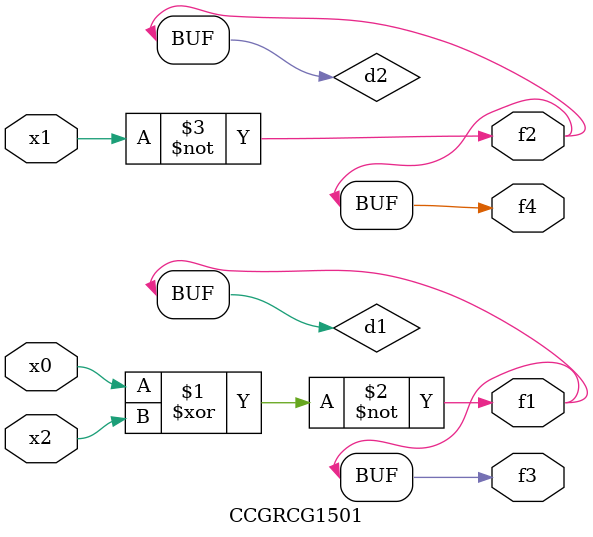
<source format=v>
module CCGRCG1501(
	input x0, x1, x2,
	output f1, f2, f3, f4
);

	wire d1, d2, d3;

	xnor (d1, x0, x2);
	nand (d2, x1);
	nor (d3, x1, x2);
	assign f1 = d1;
	assign f2 = d2;
	assign f3 = d1;
	assign f4 = d2;
endmodule

</source>
